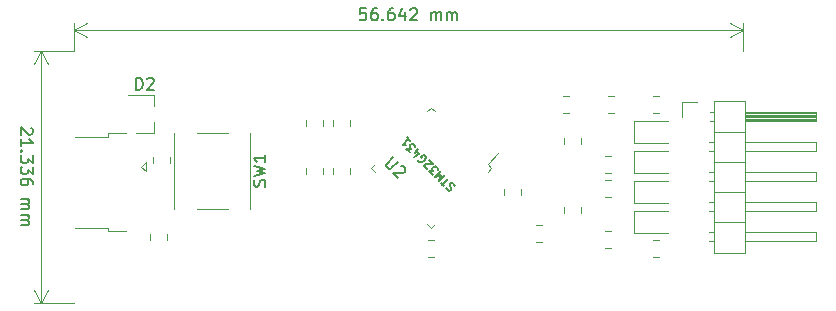
<source format=gbr>
G04 #@! TF.GenerationSoftware,KiCad,Pcbnew,(5.1.5)-3*
G04 #@! TF.CreationDate,2020-07-09T12:28:23-03:00*
G04 #@! TF.ProjectId,UFRGS PILL,55465247-5320-4504-994c-4c2e6b696361,0.1*
G04 #@! TF.SameCoordinates,Original*
G04 #@! TF.FileFunction,Legend,Top*
G04 #@! TF.FilePolarity,Positive*
%FSLAX46Y46*%
G04 Gerber Fmt 4.6, Leading zero omitted, Abs format (unit mm)*
G04 Created by KiCad (PCBNEW (5.1.5)-3) date 2020-07-09 12:28:23*
%MOMM*%
%LPD*%
G04 APERTURE LIST*
%ADD10C,0.150000*%
%ADD11C,0.120000*%
G04 APERTURE END LIST*
D10*
X128841952Y-33488380D02*
X128365761Y-33488380D01*
X128318142Y-33964571D01*
X128365761Y-33916952D01*
X128461000Y-33869333D01*
X128699095Y-33869333D01*
X128794333Y-33916952D01*
X128841952Y-33964571D01*
X128889571Y-34059809D01*
X128889571Y-34297904D01*
X128841952Y-34393142D01*
X128794333Y-34440761D01*
X128699095Y-34488380D01*
X128461000Y-34488380D01*
X128365761Y-34440761D01*
X128318142Y-34393142D01*
X129746714Y-33488380D02*
X129556238Y-33488380D01*
X129461000Y-33536000D01*
X129413380Y-33583619D01*
X129318142Y-33726476D01*
X129270523Y-33916952D01*
X129270523Y-34297904D01*
X129318142Y-34393142D01*
X129365761Y-34440761D01*
X129461000Y-34488380D01*
X129651476Y-34488380D01*
X129746714Y-34440761D01*
X129794333Y-34393142D01*
X129841952Y-34297904D01*
X129841952Y-34059809D01*
X129794333Y-33964571D01*
X129746714Y-33916952D01*
X129651476Y-33869333D01*
X129461000Y-33869333D01*
X129365761Y-33916952D01*
X129318142Y-33964571D01*
X129270523Y-34059809D01*
X130270523Y-34393142D02*
X130318142Y-34440761D01*
X130270523Y-34488380D01*
X130222904Y-34440761D01*
X130270523Y-34393142D01*
X130270523Y-34488380D01*
X131175285Y-33488380D02*
X130984809Y-33488380D01*
X130889571Y-33536000D01*
X130841952Y-33583619D01*
X130746714Y-33726476D01*
X130699095Y-33916952D01*
X130699095Y-34297904D01*
X130746714Y-34393142D01*
X130794333Y-34440761D01*
X130889571Y-34488380D01*
X131080047Y-34488380D01*
X131175285Y-34440761D01*
X131222904Y-34393142D01*
X131270523Y-34297904D01*
X131270523Y-34059809D01*
X131222904Y-33964571D01*
X131175285Y-33916952D01*
X131080047Y-33869333D01*
X130889571Y-33869333D01*
X130794333Y-33916952D01*
X130746714Y-33964571D01*
X130699095Y-34059809D01*
X132127666Y-33821714D02*
X132127666Y-34488380D01*
X131889571Y-33440761D02*
X131651476Y-34155047D01*
X132270523Y-34155047D01*
X132603857Y-33583619D02*
X132651476Y-33536000D01*
X132746714Y-33488380D01*
X132984809Y-33488380D01*
X133080047Y-33536000D01*
X133127666Y-33583619D01*
X133175285Y-33678857D01*
X133175285Y-33774095D01*
X133127666Y-33916952D01*
X132556238Y-34488380D01*
X133175285Y-34488380D01*
X134365761Y-34488380D02*
X134365761Y-33821714D01*
X134365761Y-33916952D02*
X134413380Y-33869333D01*
X134508619Y-33821714D01*
X134651476Y-33821714D01*
X134746714Y-33869333D01*
X134794333Y-33964571D01*
X134794333Y-34488380D01*
X134794333Y-33964571D02*
X134841952Y-33869333D01*
X134937190Y-33821714D01*
X135080047Y-33821714D01*
X135175285Y-33869333D01*
X135222904Y-33964571D01*
X135222904Y-34488380D01*
X135699095Y-34488380D02*
X135699095Y-33821714D01*
X135699095Y-33916952D02*
X135746714Y-33869333D01*
X135841952Y-33821714D01*
X135984809Y-33821714D01*
X136080047Y-33869333D01*
X136127666Y-33964571D01*
X136127666Y-34488380D01*
X136127666Y-33964571D02*
X136175285Y-33869333D01*
X136270523Y-33821714D01*
X136413380Y-33821714D01*
X136508619Y-33869333D01*
X136556238Y-33964571D01*
X136556238Y-34488380D01*
D11*
X104140000Y-35306000D02*
X160782000Y-35306000D01*
X104140000Y-37084000D02*
X104140000Y-34719579D01*
X160782000Y-37084000D02*
X160782000Y-34719579D01*
X160782000Y-35306000D02*
X159655496Y-35892421D01*
X160782000Y-35306000D02*
X159655496Y-34719579D01*
X104140000Y-35306000D02*
X105266504Y-35892421D01*
X104140000Y-35306000D02*
X105266504Y-34719579D01*
D10*
X100528380Y-43609142D02*
X100576000Y-43656761D01*
X100623619Y-43752000D01*
X100623619Y-43990095D01*
X100576000Y-44085333D01*
X100528380Y-44132952D01*
X100433142Y-44180571D01*
X100337904Y-44180571D01*
X100195047Y-44132952D01*
X99623619Y-43561523D01*
X99623619Y-44180571D01*
X99623619Y-45132952D02*
X99623619Y-44561523D01*
X99623619Y-44847238D02*
X100623619Y-44847238D01*
X100480761Y-44752000D01*
X100385523Y-44656761D01*
X100337904Y-44561523D01*
X99718857Y-45561523D02*
X99671238Y-45609142D01*
X99623619Y-45561523D01*
X99671238Y-45513904D01*
X99718857Y-45561523D01*
X99623619Y-45561523D01*
X100623619Y-45942476D02*
X100623619Y-46561523D01*
X100242666Y-46228190D01*
X100242666Y-46371047D01*
X100195047Y-46466285D01*
X100147428Y-46513904D01*
X100052190Y-46561523D01*
X99814095Y-46561523D01*
X99718857Y-46513904D01*
X99671238Y-46466285D01*
X99623619Y-46371047D01*
X99623619Y-46085333D01*
X99671238Y-45990095D01*
X99718857Y-45942476D01*
X100623619Y-46894857D02*
X100623619Y-47513904D01*
X100242666Y-47180571D01*
X100242666Y-47323428D01*
X100195047Y-47418666D01*
X100147428Y-47466285D01*
X100052190Y-47513904D01*
X99814095Y-47513904D01*
X99718857Y-47466285D01*
X99671238Y-47418666D01*
X99623619Y-47323428D01*
X99623619Y-47037714D01*
X99671238Y-46942476D01*
X99718857Y-46894857D01*
X100623619Y-48371047D02*
X100623619Y-48180571D01*
X100576000Y-48085333D01*
X100528380Y-48037714D01*
X100385523Y-47942476D01*
X100195047Y-47894857D01*
X99814095Y-47894857D01*
X99718857Y-47942476D01*
X99671238Y-47990095D01*
X99623619Y-48085333D01*
X99623619Y-48275809D01*
X99671238Y-48371047D01*
X99718857Y-48418666D01*
X99814095Y-48466285D01*
X100052190Y-48466285D01*
X100147428Y-48418666D01*
X100195047Y-48371047D01*
X100242666Y-48275809D01*
X100242666Y-48085333D01*
X100195047Y-47990095D01*
X100147428Y-47942476D01*
X100052190Y-47894857D01*
X99623619Y-49656761D02*
X100290285Y-49656761D01*
X100195047Y-49656761D02*
X100242666Y-49704380D01*
X100290285Y-49799619D01*
X100290285Y-49942476D01*
X100242666Y-50037714D01*
X100147428Y-50085333D01*
X99623619Y-50085333D01*
X100147428Y-50085333D02*
X100242666Y-50132952D01*
X100290285Y-50228190D01*
X100290285Y-50371047D01*
X100242666Y-50466285D01*
X100147428Y-50513904D01*
X99623619Y-50513904D01*
X99623619Y-50990095D02*
X100290285Y-50990095D01*
X100195047Y-50990095D02*
X100242666Y-51037714D01*
X100290285Y-51132952D01*
X100290285Y-51275809D01*
X100242666Y-51371047D01*
X100147428Y-51418666D01*
X99623619Y-51418666D01*
X100147428Y-51418666D02*
X100242666Y-51466285D01*
X100290285Y-51561523D01*
X100290285Y-51704380D01*
X100242666Y-51799619D01*
X100147428Y-51847238D01*
X99623619Y-51847238D01*
D11*
X101346000Y-37084000D02*
X101346000Y-58420000D01*
X104140000Y-37084000D02*
X100759579Y-37084000D01*
X104140000Y-58420000D02*
X100759579Y-58420000D01*
X101346000Y-58420000D02*
X100759579Y-57293496D01*
X101346000Y-58420000D02*
X101932421Y-57293496D01*
X101346000Y-37084000D02*
X100759579Y-38210504D01*
X101346000Y-37084000D02*
X101932421Y-38210504D01*
X139153113Y-46671802D02*
X140065281Y-45759634D01*
X139471311Y-46990000D02*
X139153113Y-46671802D01*
X139153113Y-47308198D02*
X139471311Y-46990000D01*
X134366000Y-52095311D02*
X134047802Y-51777113D01*
X134684198Y-51777113D02*
X134366000Y-52095311D01*
X134366000Y-41884689D02*
X134684198Y-42202887D01*
X134047802Y-42202887D02*
X134366000Y-41884689D01*
X129260689Y-46990000D02*
X129578887Y-47308198D01*
X129578887Y-46671802D02*
X129260689Y-46990000D01*
X112594000Y-44014000D02*
X112594000Y-50474000D01*
X117124000Y-44014000D02*
X114524000Y-44014000D01*
X119054000Y-44014000D02*
X119054000Y-50474000D01*
X117124000Y-50474000D02*
X114524000Y-50474000D01*
X119024000Y-44014000D02*
X119054000Y-44014000D01*
X112594000Y-44014000D02*
X112624000Y-44014000D01*
X112594000Y-50474000D02*
X112624000Y-50474000D01*
X119054000Y-50474000D02*
X119024000Y-50474000D01*
X110869000Y-43998000D02*
X110869000Y-43068000D01*
X110869000Y-40838000D02*
X110869000Y-41768000D01*
X110869000Y-40838000D02*
X108709000Y-40838000D01*
X110869000Y-43998000D02*
X109409000Y-43998000D01*
X109771000Y-46897000D02*
X110221000Y-46497000D01*
X110221000Y-46497000D02*
X110221000Y-47297000D01*
X110221000Y-47297000D02*
X109771000Y-46897000D01*
X104171000Y-52047000D02*
X106971000Y-52047000D01*
X106971000Y-52047000D02*
X106971000Y-52347000D01*
X106971000Y-52347000D02*
X108521000Y-52347000D01*
X104171000Y-44347000D02*
X106971000Y-44347000D01*
X106971000Y-44047000D02*
X106971000Y-44347000D01*
X106971000Y-44047000D02*
X108521000Y-44047000D01*
X155575000Y-41402000D02*
X156845000Y-41402000D01*
X155575000Y-42672000D02*
X155575000Y-41402000D01*
X157887929Y-53212000D02*
X158285000Y-53212000D01*
X157887929Y-52452000D02*
X158285000Y-52452000D01*
X166945000Y-53212000D02*
X160945000Y-53212000D01*
X166945000Y-52452000D02*
X166945000Y-53212000D01*
X160945000Y-52452000D02*
X166945000Y-52452000D01*
X158285000Y-51562000D02*
X160945000Y-51562000D01*
X157887929Y-50672000D02*
X158285000Y-50672000D01*
X157887929Y-49912000D02*
X158285000Y-49912000D01*
X166945000Y-50672000D02*
X160945000Y-50672000D01*
X166945000Y-49912000D02*
X166945000Y-50672000D01*
X160945000Y-49912000D02*
X166945000Y-49912000D01*
X158285000Y-49022000D02*
X160945000Y-49022000D01*
X157887929Y-48132000D02*
X158285000Y-48132000D01*
X157887929Y-47372000D02*
X158285000Y-47372000D01*
X166945000Y-48132000D02*
X160945000Y-48132000D01*
X166945000Y-47372000D02*
X166945000Y-48132000D01*
X160945000Y-47372000D02*
X166945000Y-47372000D01*
X158285000Y-46482000D02*
X160945000Y-46482000D01*
X157887929Y-45592000D02*
X158285000Y-45592000D01*
X157887929Y-44832000D02*
X158285000Y-44832000D01*
X166945000Y-45592000D02*
X160945000Y-45592000D01*
X166945000Y-44832000D02*
X166945000Y-45592000D01*
X160945000Y-44832000D02*
X166945000Y-44832000D01*
X158285000Y-43942000D02*
X160945000Y-43942000D01*
X157955000Y-43052000D02*
X158285000Y-43052000D01*
X157955000Y-42292000D02*
X158285000Y-42292000D01*
X160945000Y-42952000D02*
X166945000Y-42952000D01*
X160945000Y-42832000D02*
X166945000Y-42832000D01*
X160945000Y-42712000D02*
X166945000Y-42712000D01*
X160945000Y-42592000D02*
X166945000Y-42592000D01*
X160945000Y-42472000D02*
X166945000Y-42472000D01*
X160945000Y-42352000D02*
X166945000Y-42352000D01*
X166945000Y-43052000D02*
X160945000Y-43052000D01*
X166945000Y-42292000D02*
X166945000Y-43052000D01*
X160945000Y-42292000D02*
X166945000Y-42292000D01*
X160945000Y-41342000D02*
X158285000Y-41342000D01*
X160945000Y-54162000D02*
X160945000Y-41342000D01*
X158285000Y-54162000D02*
X160945000Y-54162000D01*
X158285000Y-41342000D02*
X158285000Y-54162000D01*
X143771252Y-51868000D02*
X143248748Y-51868000D01*
X143771252Y-53288000D02*
X143248748Y-53288000D01*
X149090748Y-53796000D02*
X149613252Y-53796000D01*
X149090748Y-52376000D02*
X149613252Y-52376000D01*
X125170000Y-43441252D02*
X125170000Y-42918748D01*
X123750000Y-43441252D02*
X123750000Y-42918748D01*
X149613252Y-46026000D02*
X149090748Y-46026000D01*
X149613252Y-47446000D02*
X149090748Y-47446000D01*
X149613252Y-48058000D02*
X149090748Y-48058000D01*
X149613252Y-49478000D02*
X149090748Y-49478000D01*
X151556000Y-47442000D02*
X154416000Y-47442000D01*
X151556000Y-45522000D02*
X151556000Y-47442000D01*
X154416000Y-45522000D02*
X151556000Y-45522000D01*
X151556000Y-49982000D02*
X154416000Y-49982000D01*
X151556000Y-48062000D02*
X151556000Y-49982000D01*
X154416000Y-48062000D02*
X151556000Y-48062000D01*
X110796000Y-46093748D02*
X110796000Y-46616252D01*
X112216000Y-46093748D02*
X112216000Y-46616252D01*
X149867252Y-40946000D02*
X149344748Y-40946000D01*
X149867252Y-42366000D02*
X149344748Y-42366000D01*
X153154748Y-54558000D02*
X153677252Y-54558000D01*
X153154748Y-53138000D02*
X153677252Y-53138000D01*
X123750000Y-46982748D02*
X123750000Y-47505252D01*
X125170000Y-46982748D02*
X125170000Y-47505252D01*
X151556000Y-44902000D02*
X154416000Y-44902000D01*
X151556000Y-42982000D02*
X151556000Y-44902000D01*
X154416000Y-42982000D02*
X151556000Y-42982000D01*
X151556000Y-52522000D02*
X154416000Y-52522000D01*
X151556000Y-50602000D02*
X151556000Y-52522000D01*
X154416000Y-50602000D02*
X151556000Y-50602000D01*
X147014000Y-50807252D02*
X147014000Y-50284748D01*
X145594000Y-50807252D02*
X145594000Y-50284748D01*
X145594000Y-44442748D02*
X145594000Y-44965252D01*
X147014000Y-44442748D02*
X147014000Y-44965252D01*
X145534748Y-42366000D02*
X146057252Y-42366000D01*
X145534748Y-40946000D02*
X146057252Y-40946000D01*
X111962000Y-53093252D02*
X111962000Y-52570748D01*
X110542000Y-53093252D02*
X110542000Y-52570748D01*
X127456000Y-43441252D02*
X127456000Y-42918748D01*
X126036000Y-43441252D02*
X126036000Y-42918748D01*
X127456000Y-47505252D02*
X127456000Y-46982748D01*
X126036000Y-47505252D02*
X126036000Y-46982748D01*
X134627252Y-53138000D02*
X134104748Y-53138000D01*
X134627252Y-54558000D02*
X134104748Y-54558000D01*
X153677252Y-40946000D02*
X153154748Y-40946000D01*
X153677252Y-42366000D02*
X153154748Y-42366000D01*
X140514000Y-48760748D02*
X140514000Y-49283252D01*
X141934000Y-48760748D02*
X141934000Y-49283252D01*
D10*
X131166478Y-46064026D02*
X130594058Y-46636446D01*
X130560386Y-46737461D01*
X130560386Y-46804805D01*
X130594058Y-46905820D01*
X130728745Y-47040507D01*
X130829760Y-47074179D01*
X130897104Y-47074179D01*
X130998119Y-47040507D01*
X131570539Y-46468087D01*
X131806241Y-46838477D02*
X131873584Y-46838477D01*
X131974600Y-46872148D01*
X132142958Y-47040507D01*
X132176630Y-47141522D01*
X132176630Y-47208866D01*
X132142958Y-47309881D01*
X132075615Y-47377225D01*
X131940928Y-47444568D01*
X131132806Y-47444568D01*
X131570539Y-47882301D01*
X136351170Y-48510977D02*
X136304030Y-48416696D01*
X136186178Y-48298845D01*
X136115468Y-48275275D01*
X136068327Y-48275275D01*
X135997617Y-48298845D01*
X135950476Y-48345986D01*
X135926906Y-48416696D01*
X135926906Y-48463837D01*
X135950476Y-48534547D01*
X136021187Y-48652398D01*
X136044757Y-48723109D01*
X136044757Y-48770250D01*
X136021187Y-48840960D01*
X135974046Y-48888101D01*
X135903336Y-48911671D01*
X135856195Y-48911671D01*
X135785485Y-48888101D01*
X135667633Y-48770250D01*
X135620493Y-48675969D01*
X135455501Y-48558118D02*
X135172659Y-48275275D01*
X135809055Y-47921721D02*
X135314080Y-48416696D01*
X135502642Y-47615309D02*
X135007667Y-48110283D01*
X135196229Y-47591738D01*
X134677684Y-47780300D01*
X135172659Y-47285325D01*
X134489122Y-47591738D02*
X134182709Y-47285325D01*
X134536263Y-47261755D01*
X134465552Y-47191044D01*
X134441982Y-47120334D01*
X134441982Y-47073193D01*
X134465552Y-47002483D01*
X134583403Y-46884632D01*
X134654114Y-46861061D01*
X134701254Y-46861061D01*
X134771965Y-46884632D01*
X134913386Y-47026053D01*
X134936956Y-47096764D01*
X134936956Y-47143904D01*
X134041288Y-47049623D02*
X133994147Y-47049623D01*
X133923437Y-47026053D01*
X133805586Y-46908202D01*
X133782015Y-46837491D01*
X133782015Y-46790351D01*
X133805586Y-46719640D01*
X133852726Y-46672500D01*
X133947007Y-46625359D01*
X134512692Y-46625359D01*
X134206279Y-46318946D01*
X133263470Y-46318946D02*
X133287041Y-46389657D01*
X133357751Y-46460367D01*
X133452032Y-46507508D01*
X133546313Y-46507508D01*
X133617024Y-46483938D01*
X133734875Y-46413227D01*
X133805586Y-46342516D01*
X133876296Y-46224665D01*
X133899866Y-46153955D01*
X133899866Y-46059674D01*
X133852726Y-45965393D01*
X133805586Y-45918252D01*
X133711305Y-45871112D01*
X133664164Y-45871112D01*
X133499173Y-46036103D01*
X133593454Y-46130384D01*
X132957057Y-45729690D02*
X133287041Y-45399707D01*
X132886347Y-46036103D02*
X133357751Y-45800401D01*
X133051338Y-45493988D01*
X132579934Y-45682550D02*
X132273521Y-45376137D01*
X132627074Y-45352567D01*
X132556364Y-45281856D01*
X132532793Y-45211145D01*
X132532793Y-45164005D01*
X132556364Y-45093294D01*
X132674215Y-44975443D01*
X132744925Y-44951873D01*
X132792066Y-44951873D01*
X132862777Y-44975443D01*
X133004198Y-45116865D01*
X133027768Y-45187575D01*
X133027768Y-45234716D01*
X132297091Y-44409758D02*
X132579934Y-44692601D01*
X132438512Y-44551179D02*
X131943538Y-45046154D01*
X132061389Y-45022584D01*
X132155670Y-45022584D01*
X132226380Y-45046154D01*
X120278761Y-48577333D02*
X120326380Y-48434476D01*
X120326380Y-48196380D01*
X120278761Y-48101142D01*
X120231142Y-48053523D01*
X120135904Y-48005904D01*
X120040666Y-48005904D01*
X119945428Y-48053523D01*
X119897809Y-48101142D01*
X119850190Y-48196380D01*
X119802571Y-48386857D01*
X119754952Y-48482095D01*
X119707333Y-48529714D01*
X119612095Y-48577333D01*
X119516857Y-48577333D01*
X119421619Y-48529714D01*
X119374000Y-48482095D01*
X119326380Y-48386857D01*
X119326380Y-48148761D01*
X119374000Y-48005904D01*
X119326380Y-47672571D02*
X120326380Y-47434476D01*
X119612095Y-47244000D01*
X120326380Y-47053523D01*
X119326380Y-46815428D01*
X120326380Y-45910666D02*
X120326380Y-46482095D01*
X120326380Y-46196380D02*
X119326380Y-46196380D01*
X119469238Y-46291619D01*
X119564476Y-46386857D01*
X119612095Y-46482095D01*
X109370904Y-40370380D02*
X109370904Y-39370380D01*
X109609000Y-39370380D01*
X109751857Y-39418000D01*
X109847095Y-39513238D01*
X109894714Y-39608476D01*
X109942333Y-39798952D01*
X109942333Y-39941809D01*
X109894714Y-40132285D01*
X109847095Y-40227523D01*
X109751857Y-40322761D01*
X109609000Y-40370380D01*
X109370904Y-40370380D01*
X110323285Y-39465619D02*
X110370904Y-39418000D01*
X110466142Y-39370380D01*
X110704238Y-39370380D01*
X110799476Y-39418000D01*
X110847095Y-39465619D01*
X110894714Y-39560857D01*
X110894714Y-39656095D01*
X110847095Y-39798952D01*
X110275666Y-40370380D01*
X110894714Y-40370380D01*
M02*

</source>
